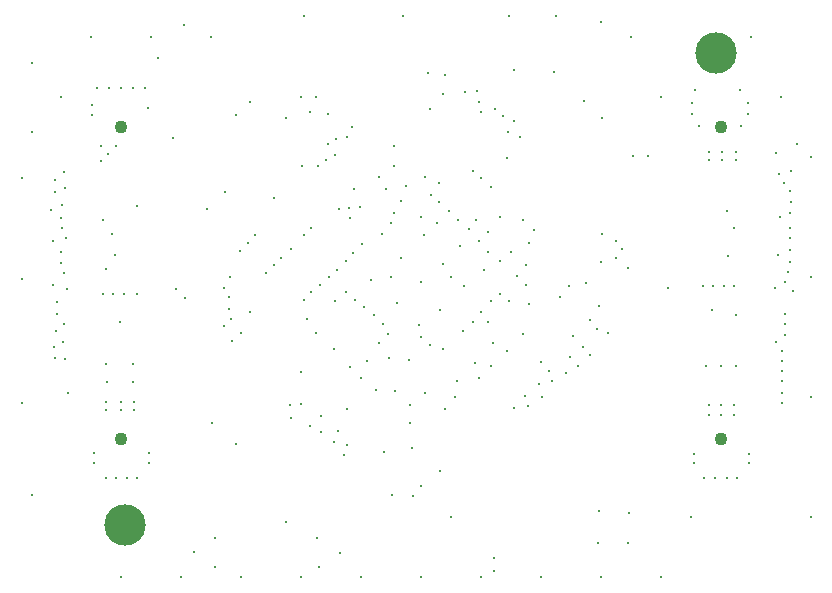
<source format=gbr>
%TF.GenerationSoftware,Altium Limited,Altium Designer,23.0.1 (38)*%
G04 Layer_Color=0*
%FSLAX45Y45*%
%MOMM*%
%TF.SameCoordinates,98E3409A-FA71-4B7D-AABF-4CEB4AF68500*%
%TF.FilePolarity,Positive*%
%TF.FileFunction,Plated,1,4,PTH,Drill*%
%TF.Part,Single*%
G01*
G75*
%TA.AperFunction,ComponentDrill*%
%ADD56C,3.50000*%
%ADD57C,1.10000*%
%TA.AperFunction,ViaDrill,NotFilled*%
%ADD58C,0.30480*%
D56*
X2500000Y1900000D02*
D03*
X-2500000Y-2100000D02*
D03*
D57*
X-2540000Y1270000D02*
D03*
Y-1370000D02*
D03*
X2540000Y1270000D02*
D03*
Y-1370000D02*
D03*
D58*
X-86360Y-1236980D02*
D03*
X-3096747Y-684804D02*
D03*
X-3116580Y-71120D02*
D03*
X-3129280Y568960D02*
D03*
X-3111500Y307340D02*
D03*
X-3004456Y334970D02*
D03*
X-3036049Y416305D02*
D03*
X-3041079Y502518D02*
D03*
X-3035300Y607060D02*
D03*
X3009419Y-551701D02*
D03*
X1512526Y-248940D02*
D03*
X3126740Y231140D02*
D03*
X1143000Y2207260D02*
D03*
X1125220Y1734820D02*
D03*
X1381760Y1488440D02*
D03*
X3086100Y-399141D02*
D03*
X3085764Y-490629D02*
D03*
X3086100Y-312781D02*
D03*
X2667000Y-322580D02*
D03*
X3060700Y-622300D02*
D03*
X3061165Y-881380D02*
D03*
X-625218Y-1120117D02*
D03*
X-621136Y-1417621D02*
D03*
X164020Y-1642300D02*
D03*
X881883Y-1004943D02*
D03*
X2590800Y558800D02*
D03*
X2326640Y1584960D02*
D03*
X2705100Y1587500D02*
D03*
X2712720Y1275080D02*
D03*
X2354580Y1280160D02*
D03*
X-960120Y-353060D02*
D03*
X1794598Y1026207D02*
D03*
X741648Y1229609D02*
D03*
X842761Y1183640D02*
D03*
X1921033Y1024831D02*
D03*
X1108693Y-883660D02*
D03*
X1028676Y-1018627D02*
D03*
X-1805165Y572765D02*
D03*
X3009900Y1054100D02*
D03*
X3136900Y901700D02*
D03*
X-1562100Y1371600D02*
D03*
X-1447800Y1485900D02*
D03*
X-787400Y1384300D02*
D03*
X-939800Y1397000D02*
D03*
X-889000Y1524000D02*
D03*
X-2540000Y-1129600D02*
D03*
Y-1054100D02*
D03*
X2552700Y990600D02*
D03*
Y1061720D02*
D03*
X2540000Y-1168400D02*
D03*
Y-1079500D02*
D03*
X-2703895Y979107D02*
D03*
X-2708097Y1107984D02*
D03*
X-2644860Y1043687D02*
D03*
X-2576461Y1112085D02*
D03*
X1176566Y-164635D02*
D03*
X2413000Y-749300D02*
D03*
X2667000D02*
D03*
X2540000D02*
D03*
X-2222500Y1854200D02*
D03*
X-2006600Y2133600D02*
D03*
X-990600Y2209800D02*
D03*
X-152400D02*
D03*
X749300D02*
D03*
X1524000Y2159000D02*
D03*
X1536700Y1346200D02*
D03*
X787400Y1752600D02*
D03*
X-3289300Y1231900D02*
D03*
Y1816100D02*
D03*
X-3378200Y838200D02*
D03*
Y-12700D02*
D03*
Y-1066800D02*
D03*
X-3289300Y-1841500D02*
D03*
X3048000Y1524000D02*
D03*
X3302000Y1016000D02*
D03*
Y0D02*
D03*
Y-1016000D02*
D03*
Y-2032000D02*
D03*
X2794000Y2032000D02*
D03*
X2032000Y1524000D02*
D03*
X2286000Y-2032000D02*
D03*
X2032000Y-2540000D02*
D03*
X1778000Y2032000D02*
D03*
X1524000Y-2540000D02*
D03*
X1016000D02*
D03*
X508000D02*
D03*
X0Y508000D02*
D03*
X254000Y0D02*
D03*
X0Y-508000D02*
D03*
X254000Y-2032000D02*
D03*
X0Y-2540000D02*
D03*
X-254000Y0D02*
D03*
X-508000Y-2540000D02*
D03*
X-1016000Y1524000D02*
D03*
Y-2540000D02*
D03*
X-1524000D02*
D03*
X-1778000Y2032000D02*
D03*
X-2032000Y-2540000D02*
D03*
X-2286000Y2032000D02*
D03*
X-2540000Y-2540000D02*
D03*
X-2794000Y2032000D02*
D03*
X-3048000Y1524000D02*
D03*
X-2336800Y1600200D02*
D03*
X-2438400D02*
D03*
X-2540000D02*
D03*
X-2641600D02*
D03*
X-2743200D02*
D03*
X-2311400Y1435100D02*
D03*
X-2781300Y1371600D02*
D03*
Y1460500D02*
D03*
X-1562100Y-1409700D02*
D03*
X-1765300Y-1231900D02*
D03*
X1765300Y-1993900D02*
D03*
X1511300Y-1981200D02*
D03*
X1752600Y-2247900D02*
D03*
X1498600D02*
D03*
X622300Y-2374900D02*
D03*
Y-2489200D02*
D03*
X-685800Y-2336800D02*
D03*
X-863600Y-2451100D02*
D03*
X-876300Y-2209800D02*
D03*
X-1917700Y-2324100D02*
D03*
X-1739900Y-2451100D02*
D03*
Y-2209800D02*
D03*
X-2768600Y-1485900D02*
D03*
Y-1574800D02*
D03*
X-2298700Y-1485900D02*
D03*
Y-1574800D02*
D03*
X-2400300Y-1701800D02*
D03*
X-2489200D02*
D03*
X-2578100D02*
D03*
X-2667000D02*
D03*
X-2654300Y-889000D02*
D03*
X-2438400D02*
D03*
Y-736600D02*
D03*
X-2667000D02*
D03*
X-2997200Y-101600D02*
D03*
X-1993900Y-177800D02*
D03*
X-2070100Y-101600D02*
D03*
X-2400300Y-139700D02*
D03*
X-2514600D02*
D03*
X-2603500D02*
D03*
X-2692400D02*
D03*
X2298700Y1384300D02*
D03*
Y1473200D02*
D03*
X2768600Y1384300D02*
D03*
Y1473200D02*
D03*
X63500Y1727200D02*
D03*
X203200Y1714500D02*
D03*
X190500Y1549400D02*
D03*
X2311400Y-1498600D02*
D03*
Y-1574800D02*
D03*
X2781300Y-1498600D02*
D03*
Y-1574800D02*
D03*
X2679700Y-1701800D02*
D03*
X2590800D02*
D03*
X2489200D02*
D03*
X2400300D02*
D03*
X3149600Y-114300D02*
D03*
X2997200Y-88900D02*
D03*
X2654300Y-76200D02*
D03*
X2565400D02*
D03*
X2476500D02*
D03*
X2387600D02*
D03*
X2095500Y-88900D02*
D03*
X1524000Y127000D02*
D03*
X1752600Y76200D02*
D03*
X0Y-1765300D02*
D03*
X-63500Y-1854200D02*
D03*
X-241300Y-1841500D02*
D03*
X139700Y457200D02*
D03*
X25400Y355600D02*
D03*
X-165100Y165100D02*
D03*
X-419100Y-25400D02*
D03*
X-203200Y-215900D02*
D03*
X0Y-38100D02*
D03*
X190500Y114300D02*
D03*
X330200Y266700D02*
D03*
X533400Y63500D02*
D03*
X368300Y-76200D02*
D03*
X165100Y-279400D02*
D03*
X-12700Y-406400D02*
D03*
X76200Y-571500D02*
D03*
X444500Y-381000D02*
D03*
X355600Y-457200D02*
D03*
X571500Y-381000D02*
D03*
X508000Y-292100D02*
D03*
X596900Y-203200D02*
D03*
X673100Y-139700D02*
D03*
X749300Y-203200D02*
D03*
X889000Y-63500D02*
D03*
X812800Y12700D02*
D03*
X889000Y101600D02*
D03*
X762000Y215900D02*
D03*
X673100Y139700D02*
D03*
X571500Y215900D02*
D03*
X495300Y304800D02*
D03*
X571500Y381000D02*
D03*
X469900Y482600D02*
D03*
X406400Y406400D02*
D03*
X317500Y482600D02*
D03*
X241300Y558800D02*
D03*
X152400Y635000D02*
D03*
X88900Y698500D02*
D03*
X152400Y800100D02*
D03*
X38100Y850900D02*
D03*
X-127000Y774700D02*
D03*
X-165100Y647700D02*
D03*
X-228600Y546100D02*
D03*
X-254000Y457200D02*
D03*
X-330200Y368300D02*
D03*
X-495300Y279400D02*
D03*
X-571500Y203200D02*
D03*
X-635000Y139700D02*
D03*
X-711200Y63500D02*
D03*
X-774700Y0D02*
D03*
X-850900Y-63500D02*
D03*
X-927100Y-127000D02*
D03*
X-1612900Y0D02*
D03*
X-1663700Y-88900D02*
D03*
X-1625600Y-165100D02*
D03*
X-1445008Y-296651D02*
D03*
X-990600Y-190500D02*
D03*
X-723900Y-203200D02*
D03*
X-635000Y-127000D02*
D03*
X-558800Y-190500D02*
D03*
X-482600Y-254000D02*
D03*
X-393700Y-317500D02*
D03*
X-317500Y-393700D02*
D03*
X-279400Y-482600D02*
D03*
X-355600Y-558800D02*
D03*
X-266700Y-685800D02*
D03*
X-101600Y-698500D02*
D03*
X-889000Y-469900D02*
D03*
X-596900Y-762000D02*
D03*
X-508000Y-850900D02*
D03*
X190500Y-609600D02*
D03*
X38100Y-977900D02*
D03*
X203200Y-1117600D02*
D03*
X292100Y-1016000D02*
D03*
X733111Y-623271D02*
D03*
X1257300Y-76200D02*
D03*
X957597Y401307D02*
D03*
X593063Y760617D02*
D03*
X-295864Y744220D02*
D03*
X-355600Y850900D02*
D03*
X-565880Y747984D02*
D03*
X-1100562Y238368D02*
D03*
X1018100Y-718820D02*
D03*
X1083136Y-796464D02*
D03*
X999478Y-906780D02*
D03*
X733372Y1009392D02*
D03*
X-1016000Y-800100D02*
D03*
X914400Y-228600D02*
D03*
Y292100D02*
D03*
X-990600Y355600D02*
D03*
X-228600Y1112483D02*
D03*
X673100Y508000D02*
D03*
X609600Y-558800D02*
D03*
X457200Y-723900D02*
D03*
X304800Y-876300D02*
D03*
X-215900Y-965200D02*
D03*
X-88900Y-1079500D02*
D03*
X-457200Y-711200D02*
D03*
X-927100Y419100D02*
D03*
X-228600Y939800D02*
D03*
X76200Y1422400D02*
D03*
X1397000Y-50800D02*
D03*
X863600Y-482600D02*
D03*
X596900Y-749300D02*
D03*
X495300Y-850900D02*
D03*
X-76200Y-1447800D02*
D03*
X-381000Y-952500D02*
D03*
X-736600Y-609600D02*
D03*
X-1308100Y38100D02*
D03*
X-1244600Y101600D02*
D03*
X-1181100Y165100D02*
D03*
X444500Y901700D02*
D03*
X508000Y838200D02*
D03*
X863600Y482600D02*
D03*
X-2095500Y1181100D02*
D03*
X-1143000Y-2070100D02*
D03*
X2667000Y1061720D02*
D03*
X2438400D02*
D03*
Y990600D02*
D03*
X2667000D02*
D03*
X3187700Y1130300D02*
D03*
X2654300Y-1168400D02*
D03*
X2438400D02*
D03*
X2654300Y-1079500D02*
D03*
X2438400D02*
D03*
X-2425700Y-1129600D02*
D03*
X-2667000D02*
D03*
X-2425700Y-1054100D02*
D03*
X-2667000D02*
D03*
X693526Y1363874D02*
D03*
X474118Y1574286D02*
D03*
X372343Y1570757D02*
D03*
X492760Y1485900D02*
D03*
X1539240Y368300D02*
D03*
X507631Y1397369D02*
D03*
X632460Y1424939D02*
D03*
X793406Y1320800D02*
D03*
X1701800Y233680D02*
D03*
X1651000Y304800D02*
D03*
X1653540Y157480D02*
D03*
X-306213Y-1484487D02*
D03*
X3128541Y732413D02*
D03*
X-1625600Y-266700D02*
D03*
X2463800Y-279400D02*
D03*
X3060700Y-795020D02*
D03*
Y-708660D02*
D03*
Y-977900D02*
D03*
Y-1066800D02*
D03*
X3035300Y876300D02*
D03*
X3073169Y798686D02*
D03*
X3133033Y638900D02*
D03*
X3124200Y546100D02*
D03*
X3046957Y507479D02*
D03*
X2654300Y419100D02*
D03*
X3124200D02*
D03*
X3126778Y332778D02*
D03*
X3022600Y190500D02*
D03*
X2604569Y177800D02*
D03*
X3126480Y129193D02*
D03*
X3113409Y43828D02*
D03*
X3086100Y-38100D02*
D03*
X-3016304Y888254D02*
D03*
X-3008446Y750430D02*
D03*
X-1659657Y719857D02*
D03*
X-1143000Y1346200D02*
D03*
X-1003300Y939800D02*
D03*
X-1244600Y673100D02*
D03*
X793983Y-1111017D02*
D03*
X906802Y-1090726D02*
D03*
X1435859Y-662977D02*
D03*
X1334665Y-755755D02*
D03*
X1228898Y-810072D02*
D03*
X1262380Y-673100D02*
D03*
X1287780Y-500380D02*
D03*
X1378417Y-595163D02*
D03*
X1590040Y-472440D02*
D03*
X1493520Y-436880D02*
D03*
X1430020Y-363220D02*
D03*
X-1663875Y-416386D02*
D03*
X-1524000Y-469900D02*
D03*
X-1603102Y-355028D02*
D03*
X-2585720Y182880D02*
D03*
X-3093720Y721360D02*
D03*
X-690127Y574726D02*
D03*
X-3009900Y-695960D02*
D03*
X-3025140Y-553720D02*
D03*
X-2984500Y-977900D02*
D03*
X-3101340Y-594360D02*
D03*
X-3086100Y-459740D02*
D03*
X-3020060Y-398780D02*
D03*
X-3078480Y-314960D02*
D03*
X-2542540Y-381000D02*
D03*
X-3075940Y-208280D02*
D03*
X-3022600Y30480D02*
D03*
X-2667467Y68113D02*
D03*
X-2613660Y368300D02*
D03*
X-2692867Y483067D02*
D03*
X-3042920Y121920D02*
D03*
X-3048000Y210820D02*
D03*
X-2402862Y602002D02*
D03*
X-3092275Y818374D02*
D03*
X-584167Y1274541D02*
D03*
X-1107440Y-1084580D02*
D03*
X-1013460Y-1076960D02*
D03*
X-1097513Y-1191493D02*
D03*
X-736600Y-1399540D02*
D03*
X-698234Y-1300746D02*
D03*
X-651043Y-1507957D02*
D03*
X-841673Y-1310640D02*
D03*
X-847113Y-1173480D02*
D03*
X-934720Y-1259840D02*
D03*
X-1595120Y-541020D02*
D03*
X-1526540Y218440D02*
D03*
X-1460500Y292100D02*
D03*
X-1401924Y355558D02*
D03*
X-595491Y500853D02*
D03*
X-604520Y586740D02*
D03*
X-515620Y589280D02*
D03*
X-801382Y988060D02*
D03*
X-871220Y937260D02*
D03*
X-712843Y1170401D02*
D03*
X-627380Y1182816D02*
D03*
X-786784Y1125220D02*
D03*
X-721377Y1031458D02*
D03*
%TF.MD5,97a4bfe29eed4e57b1cce66319a857df*%
M02*

</source>
